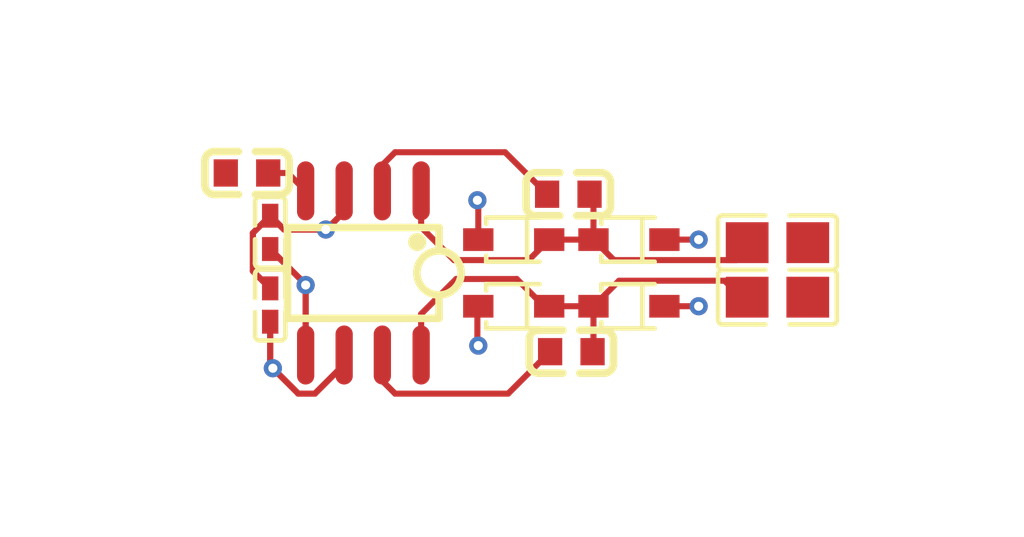
<source format=kicad_pcb>
(kicad_pcb (version 20241229) (generator "pcbnew") (generator_version "9.0")
  (layers (0 "F.Cu" signal) (2 "B.Cu" signal) (13 "F.Paste" user) (15 "B.Paste" user) (5 "F.SilkS" user "F.Silkscreen") (7 "B.SilkS" user "B.Silkscreen") (1 "F.Mask" user) (3 "B.Mask" user) (25 "Edge.Cuts" user))
  (net 0 "")
  (net 1 "audio_out_P")
  (net 2 "audio_out_N")
  (net 3 "VCC")
  (net 4 "VIN")
  (net 5 "positive_power-GND")
  (net 6 "negative_power-GND")
  (net 7 "SENSEpos_P")
  (net 8 "anode_N")
  (net 9 "line")
  (net 10 "SENSEneg_N")
  (net 11 "anode_P")
  (footprint "Samsung_Electro_Mechanics_CL10A106MA8NRNC:C0603" (layer "F.Cu") (at 140.6 117.7)
    (property "Reference" "C2" (hide yes))
    (property "Value" "10µF ±20% 25V X5R")
    (fp_line (start -1.39 0.4) (end -1.39 -0.4) (stroke (width 0.25)) (layer "F.SilkS"))
    (fp_line (start -0.28 -0.71) (end -1.08 -0.71) (stroke (width 0.25)) (layer "F.SilkS"))
    (fp_line (start -0.28 0.71) (end -1.08 0.71) (stroke (width 0.25)) (layer "F.SilkS"))
    (fp_line (start 0.28 -0.71) (end 1.08 -0.71) (stroke (width 0.25)) (layer "F.SilkS"))
    (fp_line (start 0.28 0.71) (end 1.08 0.71) (stroke (width 0.25)) (layer "F.SilkS"))
    (fp_line (start 1.39 -0.4) (end 1.39 0.4) (stroke (width 0.25)) (layer "F.SilkS"))
    (fp_arc (start -1.39 -0.4) (mid -1.299203 -0.619203) (end -1.08 -0.71) (stroke (width 0.25)) (layer "F.SilkS"))
    (fp_arc (start -1.08 0.71) (mid -1.299203 0.619203) (end -1.39 0.4) (stroke (width 0.25)) (layer "F.SilkS"))
    (fp_arc (start 1.08 -0.71) (mid 1.299203 -0.619203) (end 1.39 -0.4) (stroke (width 0.25)) (layer "F.SilkS"))
    (fp_arc (start 1.39 0.4) (mid 1.299203 0.619203) (end 1.08 0.71) (stroke (width 0.25)) (layer "F.SilkS"))
    (pad "1" smd rect (at -0.7 0) (size 0.8 0.9) (layers "F.Cu" "F.Mask" "F.Paste") (net 9 "line"))
    (pad "2" smd rect (at 0.7 0) (size 0.8 0.9) (layers "F.Cu" "F.Mask" "F.Paste") (net 4 "VIN"))
  )
  (footprint "Samsung_Electro_Mechanics_CL05A105KA5NQNC:C0402" (layer "F.Cu") (at 141.365005 122.06 90)
    (property "Reference" "C7" (hide yes))
    (property "Value" "1µF ±10% 25V X5R")
    (fp_line (start 1.02 -0.5) (end 0.23 -0.5) (stroke (width 0.15)) (layer "F.SilkS"))
    (fp_line (start -1.02 -0.5) (end -0.23 -0.5) (stroke (width 0.15)) (layer "F.SilkS"))
    (fp_line (start 1.17 0.35) (end 1.17 -0.35) (stroke (width 0.15)) (layer "F.SilkS"))
    (fp_line (start -1.17 0.35) (end -1.17 -0.35) (stroke (width 0.15)) (layer "F.SilkS"))
    (fp_line (start 0.23 0.5) (end 1.02 0.5) (stroke (width 0.15)) (layer "F.SilkS"))
    (fp_line (start -0.23 0.5) (end -1.02 0.5) (stroke (width 0.15)) (layer "F.SilkS"))
    (fp_arc (start 1.02 -0.5) (mid 1.126066 -0.456066) (end 1.17 -0.35) (stroke (width 0.15)) (layer "F.SilkS"))
    (fp_arc (start -1.17 -0.35) (mid -1.126066 -0.456066) (end -1.02 -0.5) (stroke (width 0.15)) (layer "F.SilkS"))
    (fp_arc (start 1.17 0.35) (mid 1.126066 0.456066) (end 1.02 0.5) (stroke (width 0.15)) (layer "F.SilkS"))
    (fp_arc (start -1.02 0.5) (mid -1.126066 0.456066) (end -1.17 0.35) (stroke (width 0.15)) (layer "F.SilkS"))
    (pad "1" smd rect (at -0.55 0 90) (size 0.79 0.54) (layers "F.Cu" "F.Mask" "F.Paste") (net 3 "VCC"))
    (pad "2" smd rect (at 0.55 0 90) (size 0.79 0.54) (layers "F.Cu" "F.Mask" "F.Paste") (net 5 "positive_power-GND"))
  )
  (footprint "Samsung_Electro_Mechanics_CL10A106MA8NRNC:C0603" (layer "F.Cu") (at 151.2 118.4)
    (property "Reference" "C6" (hide yes))
    (property "Value" "10µF ±20% 25V X5R")
    (fp_line (start -1.39 0.4) (end -1.39 -0.4) (stroke (width 0.25)) (layer "F.SilkS"))
    (fp_line (start -0.28 -0.71) (end -1.08 -0.71) (stroke (width 0.25)) (layer "F.SilkS"))
    (fp_line (start -0.28 0.71) (end -1.08 0.71) (stroke (width 0.25)) (layer "F.SilkS"))
    (fp_line (start 0.28 -0.71) (end 1.08 -0.71) (stroke (width 0.25)) (layer "F.SilkS"))
    (fp_line (start 0.28 0.71) (end 1.08 0.71) (stroke (width 0.25)) (layer "F.SilkS"))
    (fp_line (start 1.39 -0.4) (end 1.39 0.4) (stroke (width 0.25)) (layer "F.SilkS"))
    (fp_arc (start -1.39 -0.4) (mid -1.299203 -0.619203) (end -1.08 -0.71) (stroke (width 0.25)) (layer "F.SilkS"))
    (fp_arc (start -1.08 0.71) (mid -1.299203 0.619203) (end -1.39 0.4) (stroke (width 0.25)) (layer "F.SilkS"))
    (fp_arc (start 1.08 -0.71) (mid 1.299203 -0.619203) (end 1.39 -0.4) (stroke (width 0.25)) (layer "F.SilkS"))
    (fp_arc (start 1.39 0.4) (mid 1.299203 0.619203) (end 1.08 0.71) (stroke (width 0.25)) (layer "F.SilkS"))
    (pad "1" smd rect (at -0.7 0) (size 0.8 0.9) (layers "F.Cu" "F.Mask" "F.Paste") (net 10 "SENSEneg_N"))
    (pad "2" smd rect (at 0.7 0) (size 0.8 0.9) (layers "F.Cu" "F.Mask" "F.Paste") (net 8 "anode_N"))
  )
  (footprint "Texas_Instruments_DRV135UA_2K5:SOIC-8_L5.0-W4.0-P1.27-LS6.0-BL" (layer "F.Cu") (at 144.435005 121 180)
    (property "Reference" "U1" (hide yes))
    (property "Value" "")
    (fp_line (start 2.5 -1.5) (end 2.5 1.5) (stroke (width 0.25)) (layer "F.SilkS"))
    (fp_line (start -2.5 1.5) (end 2.5 1.5) (stroke (width 0.25)) (layer "F.SilkS"))
    (fp_line (start -2.5 1.5) (end -2.5 0.73) (stroke (width 0.25)) (layer "F.SilkS"))
    (fp_line (start -2.5 -1.5) (end 2.5 -1.5) (stroke (width 0.25)) (layer "F.SilkS"))
    (fp_line (start -2.5 -1.5) (end -2.5 -0.73) (stroke (width 0.25)) (layer "F.SilkS"))
    (fp_arc (start -2.48726 -0.729889) (mid -2.50635 0.729972) (end -2.5 -0.73) (stroke (width 0.25)) (layer "F.SilkS"))
    (fp_circle (center -1.78 1.02) (end -1.63 1.02) (stroke (width 0.3)) (fill no) (layer "F.SilkS"))
    (pad "1" smd oval (at -1.91 2.71 180) (size 0.57 1.95) (layers "F.Cu" "F.Mask" "F.Paste") (net 8 "anode_N"))
    (pad "2" smd oval (at -0.63 2.71 180) (size 0.57 1.95) (layers "F.Cu" "F.Mask" "F.Paste") (net 10 "SENSEneg_N"))
    (pad "3" smd oval (at 0.63 2.71 180) (size 0.57 1.95) (layers "F.Cu" "F.Mask" "F.Paste") (net 5 "positive_power-GND"))
    (pad "4" smd oval (at 1.9 2.71 180) (size 0.57 1.95) (layers "F.Cu" "F.Mask" "F.Paste") (net 4 "VIN"))
    (pad "5" smd oval (at 1.9 -2.71 180) (size 0.57 1.95) (layers "F.Cu" "F.Mask" "F.Paste") (net 6 "negative_power-GND"))
    (pad "6" smd oval (at 0.63 -2.71 180) (size 0.57 1.95) (layers "F.Cu" "F.Mask" "F.Paste") (net 3 "VCC"))
    (pad "7" smd oval (at -0.63 -2.71 180) (size 0.57 1.95) (layers "F.Cu" "F.Mask" "F.Paste") (net 7 "SENSEpos_P"))
    (pad "8" smd oval (at -1.91 -2.71 180) (size 0.57 1.95) (layers "F.Cu" "F.Mask" "F.Paste") (net 11 "anode_P"))
  )
  (footprint "LRC_LBAT54HT1G:SOD-323_L1.8-W1.3-LS2.5-RD" (layer "F.Cu") (at 149.4 122.1 180)
    (property "Reference" "D2" (hide yes))
    (property "Value" "")
    (fp_line (start 0.91 0.73) (end 0.91 0.52) (stroke (width 0.15)) (layer "F.SilkS"))
    (fp_line (start 0.91 -0.73) (end 0.91 -0.53) (stroke (width 0.15)) (layer "F.SilkS"))
    (fp_line (start -0.44 -0.73) (end -0.44 0.73) (stroke (width 0.15)) (layer "F.SilkS"))
    (fp_line (start -0.85 0.73) (end 0.91 0.73) (stroke (width 0.15)) (layer "F.SilkS"))
    (fp_line (start -0.85 -0.73) (end 0.91 -0.73) (stroke (width 0.15)) (layer "F.SilkS"))
    (pad "1" smd rect (at -1.17 0 180) (size 1 0.75) (layers "F.Cu" "F.Mask" "F.Paste") (net 11 "anode_P"))
    (pad "2" smd rect (at 1.17 0 180) (size 1 0.75) (layers "F.Cu" "F.Mask" "F.Paste") (net 6 "negative_power-GND"))
  )
  (footprint "Samsung_Electro_Mechanics_CL21A226MAQNNNE:C0805" (layer "F.Cu") (at 158.1 121.8)
    (property "Reference" "C1" (hide yes))
    (property "Value" "22µF ±20% 25V X5R")
    (fp_line (start -1.96 0.75) (end -1.96 -0.75) (stroke (width 0.15)) (layer "F.SilkS"))
    (fp_line (start -1.81 -0.9) (end -0.4 -0.9) (stroke (width 0.15)) (layer "F.SilkS"))
    (fp_line (start -0.4 0.9) (end -1.81 0.9) (stroke (width 0.15)) (layer "F.SilkS"))
    (fp_line (start 0.4 0.9) (end 1.81 0.9) (stroke (width 0.15)) (layer "F.SilkS"))
    (fp_line (start 1.81 -0.9) (end 0.4 -0.9) (stroke (width 0.15)) (layer "F.SilkS"))
    (fp_line (start 1.96 0.75) (end 1.96 -0.75) (stroke (width 0.15)) (layer "F.SilkS"))
    (fp_arc (start -1.96 -0.75) (mid -1.916066 -0.856066) (end -1.81 -0.9) (stroke (width 0.15)) (layer "F.SilkS"))
    (fp_arc (start -1.81 0.9) (mid -1.916066 0.856066) (end -1.96 0.75) (stroke (width 0.15)) (layer "F.SilkS"))
    (fp_arc (start 1.81 -0.9) (mid 1.916066 -0.856066) (end 1.96 -0.75) (stroke (width 0.15)) (layer "F.SilkS"))
    (fp_arc (start 1.96 0.75) (mid 1.916066 0.856066) (end 1.81 0.9) (stroke (width 0.15)) (layer "F.SilkS"))
    (pad "1" smd rect (at -1 0) (size 1.41 1.35) (layers "F.Cu" "F.Mask" "F.Paste") (net 11 "anode_P"))
    (pad "2" smd rect (at 1 0) (size 1.41 1.35) (layers "F.Cu" "F.Mask" "F.Paste") (net 1 "audio_out_P"))
  )
  (footprint "LRC_LBAT54HT1G:SOD-323_L1.8-W1.3-LS2.5-RD" (layer "F.Cu") (at 153.2 119.9 180)
    (property "Reference" "D3" (hide yes))
    (property "Value" "")
    (fp_line (start 0.91 0.73) (end 0.91 0.52) (stroke (width 0.15)) (layer "F.SilkS"))
    (fp_line (start 0.91 -0.73) (end 0.91 -0.53) (stroke (width 0.15)) (layer "F.SilkS"))
    (fp_line (start -0.44 -0.73) (end -0.44 0.73) (stroke (width 0.15)) (layer "F.SilkS"))
    (fp_line (start -0.85 0.73) (end 0.91 0.73) (stroke (width 0.15)) (layer "F.SilkS"))
    (fp_line (start -0.85 -0.73) (end 0.91 -0.73) (stroke (width 0.15)) (layer "F.SilkS"))
    (pad "1" smd rect (at -1.17 0 180) (size 1 0.75) (layers "F.Cu" "F.Mask" "F.Paste") (net 3 "VCC"))
    (pad "2" smd rect (at 1.17 0 180) (size 1 0.75) (layers "F.Cu" "F.Mask" "F.Paste") (net 8 "anode_N"))
  )
  (footprint "Samsung_Electro_Mechanics_CL10A106MA8NRNC:C0603" (layer "F.Cu") (at 151.3 123.6)
    (property "Reference" "C5" (hide yes))
    (property "Value" "10µF ±20% 25V X5R")
    (fp_line (start -1.39 0.4) (end -1.39 -0.4) (stroke (width 0.25)) (layer "F.SilkS"))
    (fp_line (start -0.28 -0.71) (end -1.08 -0.71) (stroke (width 0.25)) (layer "F.SilkS"))
    (fp_line (start -0.28 0.71) (end -1.08 0.71) (stroke (width 0.25)) (layer "F.SilkS"))
    (fp_line (start 0.28 -0.71) (end 1.08 -0.71) (stroke (width 0.25)) (layer "F.SilkS"))
    (fp_line (start 0.28 0.71) (end 1.08 0.71) (stroke (width 0.25)) (layer "F.SilkS"))
    (fp_line (start 1.39 -0.4) (end 1.39 0.4) (stroke (width 0.25)) (layer "F.SilkS"))
    (fp_arc (start -1.39 -0.4) (mid -1.299203 -0.619203) (end -1.08 -0.71) (stroke (width 0.25)) (layer "F.SilkS"))
    (fp_arc (start -1.08 0.71) (mid -1.299203 0.619203) (end -1.39 0.4) (stroke (width 0.25)) (layer "F.SilkS"))
    (fp_arc (start 1.08 -0.71) (mid 1.299203 -0.619203) (end 1.39 -0.4) (stroke (width 0.25)) (layer "F.SilkS"))
    (fp_arc (start 1.39 0.4) (mid 1.299203 0.619203) (end 1.08 0.71) (stroke (width 0.25)) (layer "F.SilkS"))
    (pad "1" smd rect (at -0.7 0) (size 0.8 0.9) (layers "F.Cu" "F.Mask" "F.Paste") (net 7 "SENSEpos_P"))
    (pad "2" smd rect (at 0.7 0) (size 0.8 0.9) (layers "F.Cu" "F.Mask" "F.Paste") (net 11 "anode_P"))
  )
  (footprint "LRC_LBAT54HT1G:SOD-323_L1.8-W1.3-LS2.5-RD" (layer "F.Cu") (at 153.2 122.1 180)
    (property "Reference" "D1" (hide yes))
    (property "Value" "")
    (fp_line (start 0.91 0.73) (end 0.91 0.52) (stroke (width 0.15)) (layer "F.SilkS"))
    (fp_line (start 0.91 -0.73) (end 0.91 -0.53) (stroke (width 0.15)) (layer "F.SilkS"))
    (fp_line (start -0.44 -0.73) (end -0.44 0.73) (stroke (width 0.15)) (layer "F.SilkS"))
    (fp_line (start -0.85 0.73) (end 0.91 0.73) (stroke (width 0.15)) (layer "F.SilkS"))
    (fp_line (start -0.85 -0.73) (end 0.91 -0.73) (stroke (width 0.15)) (layer "F.SilkS"))
    (pad "1" smd rect (at -1.17 0 180) (size 1 0.75) (layers "F.Cu" "F.Mask" "F.Paste") (net 3 "VCC"))
    (pad "2" smd rect (at 1.17 0 180) (size 1 0.75) (layers "F.Cu" "F.Mask" "F.Paste") (net 11 "anode_P"))
  )
  (footprint "Samsung_Electro_Mechanics_CL21A226MAQNNNE:C0805" (layer "F.Cu") (at 158.1 120)
    (property "Reference" "C4" (hide yes))
    (property "Value" "22µF ±20% 25V X5R")
    (fp_line (start -1.96 0.75) (end -1.96 -0.75) (stroke (width 0.15)) (layer "F.SilkS"))
    (fp_line (start -1.81 -0.9) (end -0.4 -0.9) (stroke (width 0.15)) (layer "F.SilkS"))
    (fp_line (start -0.4 0.9) (end -1.81 0.9) (stroke (width 0.15)) (layer "F.SilkS"))
    (fp_line (start 0.4 0.9) (end 1.81 0.9) (stroke (width 0.15)) (layer "F.SilkS"))
    (fp_line (start 1.81 -0.9) (end 0.4 -0.9) (stroke (width 0.15)) (layer "F.SilkS"))
    (fp_line (start 1.96 0.75) (end 1.96 -0.75) (stroke (width 0.15)) (layer "F.SilkS"))
    (fp_arc (start -1.96 -0.75) (mid -1.916066 -0.856066) (end -1.81 -0.9) (stroke (width 0.15)) (layer "F.SilkS"))
    (fp_arc (start -1.81 0.9) (mid -1.916066 0.856066) (end -1.96 0.75) (stroke (width 0.15)) (layer "F.SilkS"))
    (fp_arc (start 1.81 -0.9) (mid 1.916066 -0.856066) (end 1.96 -0.75) (stroke (width 0.15)) (layer "F.SilkS"))
    (fp_arc (start 1.96 0.75) (mid 1.916066 0.856066) (end 1.81 0.9) (stroke (width 0.15)) (layer "F.SilkS"))
    (pad "1" smd rect (at -1 0) (size 1.41 1.35) (layers "F.Cu" "F.Mask" "F.Paste") (net 8 "anode_N"))
    (pad "2" smd rect (at 1 0) (size 1.41 1.35) (layers "F.Cu" "F.Mask" "F.Paste") (net 2 "audio_out_N"))
  )
  (footprint "Samsung_Electro_Mechanics_CL05A105KA5NQNC:C0402" (layer "F.Cu") (at 141.365005 119.66 -90)
    (property "Reference" "C3" (hide yes))
    (property "Value" "1µF ±10% 25V X5R")
    (fp_line (start -0.23 0.5) (end -1.02 0.5) (stroke (width 0.15)) (layer "F.SilkS"))
    (fp_line (start 0.23 0.5) (end 1.02 0.5) (stroke (width 0.15)) (layer "F.SilkS"))
    (fp_line (start -1.17 0.35) (end -1.17 -0.35) (stroke (width 0.15)) (layer "F.SilkS"))
    (fp_line (start 1.17 0.35) (end 1.17 -0.35) (stroke (width 0.15)) (layer "F.SilkS"))
    (fp_line (start -1.02 -0.5) (end -0.23 -0.5) (stroke (width 0.15)) (layer "F.SilkS"))
    (fp_line (start 1.02 -0.5) (end 0.23 -0.5) (stroke (width 0.15)) (layer "F.SilkS"))
    (fp_arc (start -1.02 0.5) (mid -1.126066 0.456066) (end -1.17 0.35) (stroke (width 0.15)) (layer "F.SilkS"))
    (fp_arc (start 1.17 0.35) (mid 1.126066 0.456066) (end 1.02 0.5) (stroke (width 0.15)) (layer "F.SilkS"))
    (fp_arc (start -1.17 -0.35) (mid -1.126066 -0.456066) (end -1.02 -0.5) (stroke (width 0.15)) (layer "F.SilkS"))
    (fp_arc (start 1.02 -0.5) (mid 1.126066 -0.456066) (end 1.17 -0.35) (stroke (width 0.15)) (layer "F.SilkS"))
    (pad "1" smd rect (at -0.55 0 270) (size 0.79 0.54) (layers "F.Cu" "F.Mask" "F.Paste") (net 5 "positive_power-GND"))
    (pad "2" smd rect (at 0.55 0 270) (size 0.79 0.54) (layers "F.Cu" "F.Mask" "F.Paste") (net 6 "negative_power-GND"))
  )
  (footprint "LRC_LBAT54HT1G:SOD-323_L1.8-W1.3-LS2.5-RD" (layer "F.Cu") (at 149.4 119.9 180)
    (property "Reference" "D4" (hide yes))
    (property "Value" "")
    (fp_line (start 0.91 0.73) (end 0.91 0.52) (stroke (width 0.15)) (layer "F.SilkS"))
    (fp_line (start 0.91 -0.73) (end 0.91 -0.53) (stroke (width 0.15)) (layer "F.SilkS"))
    (fp_line (start -0.44 -0.73) (end -0.44 0.73) (stroke (width 0.15)) (layer "F.SilkS"))
    (fp_line (start -0.85 0.73) (end 0.91 0.73) (stroke (width 0.15)) (layer "F.SilkS"))
    (fp_line (start -0.85 -0.73) (end 0.91 -0.73) (stroke (width 0.15)) (layer "F.SilkS"))
    (pad "1" smd rect (at -1.17 0 180) (size 1 0.75) (layers "F.Cu" "F.Mask" "F.Paste") (net 8 "anode_N"))
    (pad "2" smd rect (at 1.17 0 180) (size 1 0.75) (layers "F.Cu" "F.Mask" "F.Paste") (net 6 "negative_power-GND"))
  )
  (segment (start 154.37 122.1) (end 155.5 122.1) (width 0.2) (layer "F.Cu") (net 3))
  (segment (start 154.37 119.9) (end 155.5 119.9) (width 0.2) (layer "F.Cu") (net 3))
  (segment (start 143.805005 124.02) (end 143.805005 123.71) (width 0.2) (layer "F.Cu") (net 3))
  (segment (start 141.365005 124.058729) (end 141.453138 124.146862) (width 0.2) (layer "F.Cu") (net 3))
  (segment (start 142.839005 124.986) (end 143.805005 124.02) (width 0.2) (layer "F.Cu") (net 3))
  (segment (start 142.839005 124.986) (end 143.805005 124.02) (width 0.2) (layer "F.Cu") (net 3))
  (segment (start 141.365005 122.61) (end 141.365005 124.058729) (width 0.2) (layer "F.Cu") (net 3))
  (segment (start 143.805005 124.02) (end 143.805005 123.71) (width 0.2) (layer "F.Cu") (net 3))
  (segment (start 141.365005 124.058729) (end 142.292276 124.986) (width 0.2) (layer "F.Cu") (net 3))
  (segment (start 141.453138 124.146862) (end 142.292276 124.986) (width 0.2) (layer "F.Cu") (net 3))
  (segment (start 142.292276 124.986) (end 142.839005 124.986) (width 0.2) (layer "F.Cu") (net 3))
  (segment (start 141.365005 122.61) (end 141.365005 124.058729) (width 0.2) (layer "F.Cu") (net 3))
  (segment (start 142.292276 124.986) (end 142.839005 124.986) (width 0.2) (layer "F.Cu") (net 3))
  (via (at 155.5 119.9) (size 0.6) (drill 0.3) (layers "F.Cu" "B.Cu") (net 3))
  (via (at 155.5 122.1) (size 0.6) (drill 0.3) (layers "F.Cu" "B.Cu") (net 3))
  (via (at 141.453138 124.146862) (size 0.6) (drill 0.3) (layers "F.Cu" "B.Cu") (net 3))
  (segment (start 141.3 117.7) (end 141.945005 117.7) (width 0.2) (layer "F.Cu") (net 4))
  (segment (start 141.945005 117.7) (end 142.535005 118.29) (width 0.2) (layer "F.Cu") (net 4))
  (segment (start 143.805005 118.98) (end 143.805005 118.29) (width 0.2) (layer "F.Cu") (net 5))
  (segment (start 143.2 119.566) (end 143.219005 119.566) (width 0.2) (layer "F.Cu") (net 5))
  (segment (start 143.219005 119.566) (end 143.805005 118.98) (width 0.2) (layer "F.Cu") (net 5))
  (segment (start 143.805005 118.98) (end 143.805005 118.29) (width 0.2) (layer "F.Cu") (net 5))
  (segment (start 141.365005 119.11) (end 141.821005 119.566) (width 0.2) (layer "F.Cu") (net 5))
  (segment (start 140.794005 119.681) (end 141.365005 119.11) (width 0.2) (layer "F.Cu") (net 5))
  (segment (start 140.794005 120.939) (end 140.794005 119.681) (width 0.2) (layer "F.Cu") (net 5))
  (segment (start 141.821005 119.566) (end 143.219005 119.566) (width 0.2) (layer "F.Cu") (net 5))
  (segment (start 141.365005 121.51) (end 140.794005 120.939) (width 0.2) (layer "F.Cu") (net 5))
  (segment (start 141.821005 119.566) (end 143.2 119.566) (width 0.2) (layer "F.Cu") (net 5))
  (segment (start 141.365005 119.11) (end 141.821005 119.566) (width 0.2) (layer "F.Cu") (net 5))
  (segment (start 140.794005 120.939) (end 140.794005 119.681) (width 0.2) (layer "F.Cu") (net 5))
  (segment (start 143.219005 119.566) (end 143.805005 118.98) (width 0.2) (layer "F.Cu") (net 5))
  (segment (start 140.794005 119.681) (end 141.365005 119.11) (width 0.2) (layer "F.Cu") (net 5))
  (segment (start 141.365005 121.51) (end 140.794005 120.939) (width 0.2) (layer "F.Cu") (net 5))
  (via (at 143.2 119.566) (size 0.6) (drill 0.3) (layers "F.Cu" "B.Cu") (net 5))
  (segment (start 148.23 118.63) (end 148.2 118.6) (width 0.2) (layer "F.Cu") (net 6))
  (segment (start 142.535005 121.38) (end 142.535005 123.71) (width 0.2) (layer "F.Cu") (net 6))
  (segment (start 148.23 119.9) (end 148.23 118.63) (width 0.2) (layer "F.Cu") (net 6))
  (segment (start 142.535005 121.38) (end 142.535005 121.4) (width 0.2) (layer "F.Cu") (net 6))
  (segment (start 141.365005 120.21) (end 142.535005 121.38) (width 0.2) (layer "F.Cu") (net 6))
  (segment (start 141.365005 120.21) (end 142.535005 121.38) (width 0.2) (layer "F.Cu") (net 6))
  (segment (start 142.535005 121.4) (end 142.535005 123.71) (width 0.2) (layer "F.Cu") (net 6))
  (segment (start 148.2 122.1) (end 148.2 123.37) (width 0.2) (layer "F.Cu") (net 6))
  (segment (start 148.2 123.37) (end 148.23 123.4) (width 0.2) (layer "F.Cu") (net 6))
  (via (at 148.2 118.6) (size 0.6) (drill 0.3) (layers "F.Cu" "B.Cu") (net 6))
  (via (at 142.535005 121.4) (size 0.6) (drill 0.3) (layers "F.Cu" "B.Cu") (net 6))
  (via (at 148.23 123.4) (size 0.6) (drill 0.3) (layers "F.Cu" "B.Cu") (net 6))
  (segment (start 149.214 124.986) (end 145.486 124.986) (width 0.2) (layer "F.Cu") (net 7))
  (segment (start 145.486 124.986) (end 145.065005 124.565005) (width 0.2) (layer "F.Cu") (net 7))
  (segment (start 150.6 123.6) (end 149.214 124.986) (width 0.2) (layer "F.Cu") (net 7))
  (segment (start 145.065005 124.565005) (end 145.065005 123.71) (width 0.2) (layer "F.Cu") (net 7))
  (segment (start 150.57 119.9) (end 152.03 119.9) (width 0.2) (layer "F.Cu") (net 8))
  (segment (start 149.894 120.576) (end 147.429 120.576) (width 0.2) (layer "F.Cu") (net 8))
  (segment (start 152.03 118.53) (end 151.9 118.4) (width 0.2) (layer "F.Cu") (net 8))
  (segment (start 150.57 119.9) (end 149.894 120.576) (width 0.2) (layer "F.Cu") (net 8))
  (segment (start 152.03 119.9) (end 152.03 118.53) (width 0.2) (layer "F.Cu") (net 8))
  (segment (start 147.429 120.576) (end 146.345005 119.492005) (width 0.2) (layer "F.Cu") (net 8))
  (segment (start 156.724 120.576) (end 157.1 120.2) (width 0.2) (layer "F.Cu") (net 8))
  (segment (start 152.03 119.9) (end 152.706 120.576) (width 0.2) (layer "F.Cu") (net 8))
  (segment (start 146.345005 119.492005) (end 146.345005 118.29) (width 0.2) (layer "F.Cu") (net 8))
  (segment (start 152.706 120.576) (end 156.724 120.576) (width 0.2) (layer "F.Cu") (net 8))
  (segment (start 145.065005 117.434995) (end 145.065005 118.29) (width 0.2) (layer "F.Cu") (net 10))
  (segment (start 145.486 117.014) (end 145.065005 117.434995) (width 0.2) (layer "F.Cu") (net 10))
  (segment (start 149.114 117.014) (end 145.486 117.014) (width 0.2) (layer "F.Cu") (net 10))
  (segment (start 150.5 118.4) (end 149.114 117.014) (width 0.2) (layer "F.Cu") (net 10))
  (segment (start 150.57 122.1) (end 152.03 122.1) (width 0.2) (layer "F.Cu") (net 11))
  (segment (start 152.03 123.57) (end 152 123.6) (width 0.2) (layer "F.Cu") (net 11))
  (segment (start 152.03 122.1) (end 152.03 123.57) (width 0.2) (layer "F.Cu") (net 11))
  (segment (start 152.03 122.1) (end 152.874 121.256) (width 0.2) (layer "F.Cu") (net 11))
  (segment (start 156.356 121.256) (end 157.1 122) (width 0.2) (layer "F.Cu") (net 11))
  (segment (start 149.5 121.2) (end 150.4 122.1) (width 0.2) (layer "F.Cu") (net 11))
  (segment (start 150.4 122.1) (end 150.57 122.1) (width 0.2) (layer "F.Cu") (net 11))
  (segment (start 147.5 121.2) (end 149.5 121.2) (width 0.2) (layer "F.Cu") (net 11))
  (segment (start 146.345005 122.354995) (end 147.5 121.2) (width 0.2) (layer "F.Cu") (net 11))
  (segment (start 152.874 121.256) (end 156.356 121.256) (width 0.2) (layer "F.Cu") (net 11))
  (segment (start 146.345005 123.71) (end 146.345005 122.354995) (width 0.2) (layer "F.Cu") (net 11))
)
</source>
